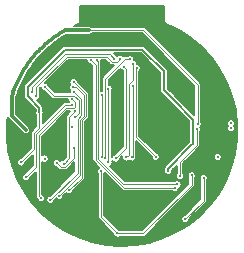
<source format=gbr>
G04 #@! TF.GenerationSoftware,KiCad,Pcbnew,(5.1.5-0-10_14)*
G04 #@! TF.CreationDate,2021-06-01T12:28:28-04:00*
G04 #@! TF.ProjectId,ESLO_RB2,45534c4f-5f52-4423-922e-6b696361645f,rev?*
G04 #@! TF.SameCoordinates,Original*
G04 #@! TF.FileFunction,Copper,L2,Inr*
G04 #@! TF.FilePolarity,Positive*
%FSLAX46Y46*%
G04 Gerber Fmt 4.6, Leading zero omitted, Abs format (unit mm)*
G04 Created by KiCad (PCBNEW (5.1.5-0-10_14)) date 2021-06-01 12:28:28*
%MOMM*%
%LPD*%
G04 APERTURE LIST*
%ADD10C,0.254000*%
%ADD11C,0.101600*%
%ADD12C,0.300000*%
%ADD13C,0.200000*%
%ADD14C,0.150000*%
G04 APERTURE END LIST*
D10*
X212900000Y-80200004D03*
X222101496Y-88130721D03*
X209475000Y-81175000D03*
X207550000Y-88650000D03*
X212300000Y-78300000D03*
X212900000Y-78300000D03*
X213500000Y-78300000D03*
X214100000Y-78300000D03*
X214700000Y-78300000D03*
X215300000Y-78300000D03*
X215900000Y-78300000D03*
X216500000Y-78300000D03*
X217100000Y-78300000D03*
X218500000Y-78300000D03*
X219100000Y-78300000D03*
X214950000Y-88950000D03*
X218100000Y-89100000D03*
X218100000Y-84500000D03*
X214000000Y-85025000D03*
X210075000Y-89425000D03*
X224799998Y-90900000D03*
X217100000Y-98200000D03*
X217300000Y-91200000D03*
X214900000Y-84599998D03*
X212300000Y-78900000D03*
X212300000Y-79500000D03*
X219100000Y-78900000D03*
X219100000Y-79500000D03*
X219500000Y-79900000D03*
X220125000Y-80200000D03*
X220700000Y-80500000D03*
X221325000Y-80925000D03*
X212900000Y-78900000D03*
X212900000Y-79500000D03*
X218500000Y-78900000D03*
X218500000Y-79500000D03*
X219550000Y-80600000D03*
X220250000Y-80900000D03*
X222600000Y-82075000D03*
X224150000Y-84225000D03*
X224525000Y-84975000D03*
X224875000Y-85875000D03*
X225100000Y-86750000D03*
X225200000Y-87600000D03*
X224750000Y-91725000D03*
X224450000Y-92575000D03*
X224075000Y-93275000D03*
X223675000Y-93925000D03*
X223225000Y-94625000D03*
X210425000Y-96650000D03*
X209725000Y-96100000D03*
X209025000Y-95525000D03*
X208400000Y-94925000D03*
X207875000Y-94200000D03*
X208025000Y-83575000D03*
X212225000Y-80725000D03*
X216800000Y-80675000D03*
X213225000Y-91500000D03*
X206900000Y-92425000D03*
X206575000Y-91550000D03*
X206375000Y-90750000D03*
X206225000Y-89850000D03*
X211275000Y-97200000D03*
X212200000Y-97600000D03*
X213200000Y-97950000D03*
X214225000Y-98200000D03*
X218175000Y-97975000D03*
X219150000Y-97675000D03*
X221275000Y-96475000D03*
X222600000Y-95275000D03*
X221975000Y-95850000D03*
X208050000Y-87300000D03*
X219550000Y-81200000D03*
X209475000Y-82150000D03*
X210550000Y-88075000D03*
X208925000Y-85375000D03*
X214425000Y-92900000D03*
X215550000Y-96700000D03*
X224922631Y-88496758D03*
X219240000Y-83670000D03*
X220010000Y-86050000D03*
X221570000Y-89950000D03*
X219580000Y-92090000D03*
X211700000Y-81840000D03*
X208700000Y-87150002D03*
X211500000Y-88400000D03*
X207150000Y-91400000D03*
X221600000Y-92500000D03*
X215300000Y-97400000D03*
X213900004Y-92150000D03*
X222050000Y-88600000D03*
X220600000Y-92550000D03*
X214008011Y-85691989D03*
X213970248Y-90973616D03*
X210382573Y-94202573D03*
X211589249Y-85047476D03*
X211600000Y-84600000D03*
X211230146Y-93750146D03*
X209150000Y-91075000D03*
X211609410Y-90180000D03*
X210163679Y-91441988D03*
X213550000Y-82725004D03*
X220392816Y-93245269D03*
X223800004Y-90947010D03*
X214550000Y-85150000D03*
X214550000Y-91399998D03*
X216398036Y-82658416D03*
X214295990Y-91027759D03*
X215150004Y-91050000D03*
X215867087Y-83283155D03*
X207560000Y-92650000D03*
X211500000Y-86550000D03*
X209640000Y-94550000D03*
X211610542Y-85402450D03*
X210750000Y-91500000D03*
X211700000Y-87050000D03*
X224925004Y-88075002D03*
X213050006Y-82725000D03*
X220150000Y-93575000D03*
X215050006Y-82600000D03*
X208050000Y-85450000D03*
X208450000Y-85754010D03*
X215547596Y-82603211D03*
X216550000Y-90975000D03*
X216599988Y-84900000D03*
X208860000Y-94430000D03*
X211500000Y-86050002D03*
X218550000Y-90895990D03*
X216950000Y-83400000D03*
X216050000Y-90975000D03*
X216620000Y-83060000D03*
X222600000Y-92700000D03*
X221050000Y-96175001D03*
X211700000Y-87550000D03*
X209150000Y-84975000D03*
D11*
X222100000Y-88129225D02*
X222101496Y-88130721D01*
X222100000Y-84800000D02*
X222100000Y-88129225D01*
X217500004Y-80200004D02*
X222100000Y-84800000D01*
X212900000Y-80200004D02*
X217500004Y-80200004D01*
D12*
X206372962Y-87472962D02*
X207550000Y-88650000D01*
X206372962Y-85769236D02*
X206372962Y-87472962D01*
X206433275Y-85583780D02*
X206372962Y-85769236D01*
X206636239Y-85035131D02*
X206564938Y-85216660D01*
X206497259Y-85399608D02*
X206433275Y-85583780D01*
X206711117Y-84855132D02*
X206636239Y-85035131D01*
X206789614Y-84676562D02*
X206711117Y-84855132D01*
X206871625Y-84499665D02*
X206789614Y-84676562D01*
X207046185Y-84150877D02*
X206957192Y-84324345D01*
X206957192Y-84324345D02*
X206871625Y-84499665D01*
X207138647Y-83979168D02*
X207046185Y-84150877D01*
X207234528Y-83809312D02*
X207138647Y-83979168D01*
X207333744Y-83641464D02*
X207234528Y-83809312D01*
X207436318Y-83475576D02*
X207333744Y-83641464D01*
X207542158Y-83311804D02*
X207436318Y-83475576D01*
X209799108Y-80904968D02*
X209644785Y-81024232D01*
X207879017Y-82833549D02*
X207763554Y-82990722D01*
X206564938Y-85216660D02*
X206497259Y-85399608D01*
X208119229Y-82526269D02*
X207997599Y-82678701D01*
X208635459Y-81941649D02*
X208502013Y-82083957D01*
X208502013Y-82083957D02*
X208371483Y-82228843D01*
X209196559Y-81400116D02*
X209052257Y-81531279D01*
X207997599Y-82678701D02*
X207879017Y-82833549D01*
X208243844Y-82376332D02*
X208119229Y-82526269D01*
X209343461Y-81271847D02*
X209196559Y-81400116D01*
X209955780Y-80788806D02*
X209799108Y-80904968D01*
X210114686Y-80675830D02*
X209955780Y-80788806D01*
X209644785Y-81024232D02*
X209492930Y-81146502D01*
X207651253Y-83150161D02*
X207542158Y-83311804D01*
X210439206Y-80459424D02*
X210275870Y-80566006D01*
X208771610Y-81802141D02*
X208635459Y-81941649D01*
X207763554Y-82990722D02*
X207651253Y-83150161D01*
X210275870Y-80566006D02*
X210114686Y-80675830D01*
X210772046Y-80256167D02*
X210604595Y-80356146D01*
X209492930Y-81146502D02*
X209343461Y-81271847D01*
X208910591Y-81665304D02*
X208771610Y-81802141D01*
X210604595Y-80356146D02*
X210439206Y-80459424D01*
X208371483Y-82228843D02*
X208243844Y-82376332D01*
X209052257Y-81531279D02*
X208910591Y-81665304D01*
X210870522Y-80200004D02*
X210772046Y-80256167D01*
X212900000Y-80200004D02*
X210870522Y-80200004D01*
D13*
X217410000Y-81840000D02*
X219240000Y-83670000D01*
X211700000Y-81840000D02*
X217410000Y-81840000D01*
X219240000Y-85280000D02*
X220010000Y-86050000D01*
X219240000Y-83670000D02*
X219240000Y-85280000D01*
X219580000Y-91945000D02*
X219580000Y-92090000D01*
X221575000Y-89950000D02*
X221570000Y-89950000D01*
X221725000Y-89800000D02*
X221575000Y-89950000D01*
X221725000Y-87765000D02*
X221725000Y-89800000D01*
X220010000Y-86050000D02*
X221725000Y-87765000D01*
X221570000Y-89955000D02*
X219580000Y-91945000D01*
X221570000Y-89950000D02*
X221570000Y-89955000D01*
X208700000Y-86800000D02*
X208700000Y-87150002D01*
X207700000Y-85800000D02*
X208700000Y-86800000D01*
X207700000Y-85002718D02*
X207700000Y-85800000D01*
X210862718Y-81840000D02*
X207700000Y-85002718D01*
X211700000Y-81840000D02*
X210862718Y-81840000D01*
D11*
X208250000Y-90300000D02*
X207150000Y-91400000D01*
X208250000Y-88900000D02*
X208250000Y-90300000D01*
X208700000Y-88450000D02*
X208250000Y-88900000D01*
X208700000Y-87150002D02*
X208700000Y-88450000D01*
X217500000Y-97400000D02*
X221600000Y-93300000D01*
X221600000Y-93300000D02*
X221600000Y-92500000D01*
X215300000Y-97400000D02*
X217500000Y-97400000D01*
X215300000Y-97400000D02*
X213900004Y-96000004D01*
X213900004Y-96000004D02*
X213900004Y-92150000D01*
X220600000Y-92550000D02*
X220600000Y-91350000D01*
X222050000Y-89900000D02*
X222050000Y-88600000D01*
X220600000Y-91350000D02*
X222050000Y-89900000D01*
X214008011Y-85691989D02*
X214008011Y-90935853D01*
X214008011Y-90935853D02*
X213970248Y-90973616D01*
X210382573Y-94202573D02*
X212111425Y-92473721D01*
X212111425Y-92473721D02*
X212111425Y-87765959D01*
X211768854Y-85047476D02*
X211589249Y-85047476D01*
X212444774Y-87432610D02*
X212444774Y-85723396D01*
X212111425Y-87765959D02*
X212444774Y-87432610D01*
X212444774Y-85723396D02*
X211768854Y-85047476D01*
X211600000Y-84600000D02*
X212622583Y-85622583D01*
X212300000Y-92680292D02*
X211230146Y-93750146D01*
X212300000Y-87828846D02*
X212300000Y-92680292D01*
X212622583Y-87506263D02*
X212300000Y-87828846D01*
X212622583Y-85622583D02*
X212622583Y-87506263D01*
X211609410Y-91054104D02*
X210884113Y-91779401D01*
X210501092Y-91779401D02*
X210163679Y-91441988D01*
X211609410Y-90180000D02*
X211609410Y-91054104D01*
X210884113Y-91779401D02*
X210501092Y-91779401D01*
X213676999Y-91125537D02*
X215796731Y-93245269D01*
X215796731Y-93245269D02*
X220392816Y-93245269D01*
X213676999Y-82852003D02*
X213676999Y-91125537D01*
X213550000Y-82725004D02*
X213676999Y-82852003D01*
X214550000Y-85150000D02*
X214550000Y-91399998D01*
X215955176Y-82658416D02*
X214295990Y-84317602D01*
X214295990Y-84317602D02*
X214295990Y-91027759D01*
X216398036Y-82658416D02*
X215955176Y-82658416D01*
X215883155Y-83283155D02*
X215867087Y-83283155D01*
X216050000Y-83450000D02*
X215883155Y-83283155D01*
X216050000Y-90150004D02*
X216050000Y-83450000D01*
X215150004Y-91050000D02*
X216050000Y-90150004D01*
X210881025Y-86550000D02*
X211500000Y-86550000D01*
X208450000Y-91760000D02*
X208450000Y-88981025D01*
X208450000Y-88981025D02*
X210881025Y-86550000D01*
X207560000Y-92650000D02*
X208450000Y-91760000D01*
X211933614Y-92256386D02*
X211933614Y-87692308D01*
X212266963Y-86058871D02*
X211610542Y-85402450D01*
X211933614Y-87692308D02*
X212266963Y-87358959D01*
X209640000Y-94550000D02*
X211933614Y-92256386D01*
X212266963Y-87358959D02*
X212266963Y-86058871D01*
X211200000Y-87550000D02*
X211700000Y-87050000D01*
X211200000Y-91050000D02*
X211200000Y-87550000D01*
X210750000Y-91500000D02*
X211200000Y-91050000D01*
X215875000Y-93575000D02*
X220150000Y-93575000D01*
X213050006Y-82725000D02*
X213475000Y-83149994D01*
X213475000Y-91175000D02*
X215875000Y-93575000D01*
X213475000Y-83149994D02*
X213475000Y-91175000D01*
X210903209Y-82196791D02*
X208050000Y-85050000D01*
X208050000Y-85050000D02*
X208050000Y-85450000D01*
X215050006Y-82600000D02*
X214646797Y-82196791D01*
X214646797Y-82196791D02*
X210903209Y-82196791D01*
X211000000Y-82450000D02*
X214400000Y-82450000D01*
X208450000Y-85754010D02*
X208450000Y-85000000D01*
X214850000Y-82900000D02*
X215250807Y-82900000D01*
X215250807Y-82900000D02*
X215547596Y-82603211D01*
X214400000Y-82450000D02*
X214850000Y-82900000D01*
X208450000Y-85000000D02*
X211000000Y-82450000D01*
X216600000Y-90925000D02*
X216600000Y-84900012D01*
X216600000Y-84900012D02*
X216599988Y-84900000D01*
X216550000Y-90975000D02*
X216600000Y-90925000D01*
X211754001Y-86304003D02*
X211500000Y-86050002D01*
X211621921Y-86804001D02*
X211754001Y-86671921D01*
X208670599Y-89095887D02*
X210962485Y-86804001D01*
X208670599Y-94240599D02*
X208670599Y-89095887D01*
X211754001Y-86671921D02*
X211754001Y-86304003D01*
X210962485Y-86804001D02*
X211621921Y-86804001D01*
X208860000Y-94430000D02*
X208670599Y-94240599D01*
X216900000Y-83450000D02*
X216950000Y-83400000D01*
X216900000Y-89245990D02*
X216900000Y-83450000D01*
X218550000Y-90895990D02*
X216900000Y-89245990D01*
X216295998Y-90729002D02*
X216295998Y-84778078D01*
X216295998Y-84778078D02*
X216620000Y-84454076D01*
X216050000Y-90975000D02*
X216295998Y-90729002D01*
X216620000Y-84454076D02*
X216620000Y-83060000D01*
X222600000Y-92700000D02*
X222600000Y-94625001D01*
X222600000Y-94625001D02*
X221050000Y-96175001D01*
X209920999Y-85745999D02*
X209150000Y-84975000D01*
X212065319Y-86139397D02*
X211671921Y-85745999D01*
X211671921Y-85745999D02*
X209920999Y-85745999D01*
X212065319Y-87184681D02*
X212065319Y-86139397D01*
X211700000Y-87550000D02*
X212065319Y-87184681D01*
D14*
G36*
X219250001Y-79432275D02*
G01*
X219253619Y-79469008D01*
X219267914Y-79516134D01*
X219291128Y-79559564D01*
X219322369Y-79597632D01*
X219360437Y-79628873D01*
X219403867Y-79652087D01*
X219410017Y-79653952D01*
X220513118Y-80189350D01*
X221541834Y-80859703D01*
X222478415Y-81653699D01*
X223308103Y-82558824D01*
X224017805Y-83560797D01*
X224596330Y-84643820D01*
X225034553Y-85790807D01*
X225325566Y-86983681D01*
X225464778Y-88203616D01*
X225449992Y-89431387D01*
X225281446Y-90647606D01*
X224961789Y-91833134D01*
X224496077Y-92969228D01*
X223891641Y-94038003D01*
X223158015Y-95022602D01*
X222306773Y-95907485D01*
X221351342Y-96678698D01*
X220306779Y-97324086D01*
X219189572Y-97833464D01*
X218017327Y-98198804D01*
X216808543Y-98414340D01*
X215582269Y-98476676D01*
X214357852Y-98384828D01*
X213154609Y-98140247D01*
X211991500Y-97746784D01*
X210886882Y-97210650D01*
X209858166Y-96540296D01*
X208921585Y-95746301D01*
X208091894Y-94841172D01*
X207382195Y-93839203D01*
X206803669Y-92756177D01*
X206365447Y-91609193D01*
X206074434Y-90416320D01*
X205935222Y-89196384D01*
X205950008Y-87968614D01*
X206006903Y-87558060D01*
X206019146Y-87598418D01*
X206024832Y-87617162D01*
X206055683Y-87674879D01*
X206059654Y-87682309D01*
X206106515Y-87739410D01*
X206120824Y-87751153D01*
X207297859Y-88928189D01*
X207340653Y-88963309D01*
X207405798Y-88998130D01*
X207476487Y-89019573D01*
X207549999Y-89026814D01*
X207623512Y-89019573D01*
X207694200Y-88998130D01*
X207759346Y-88963309D01*
X207816447Y-88916447D01*
X207863309Y-88859346D01*
X207898130Y-88794200D01*
X207919573Y-88723512D01*
X207926814Y-88649999D01*
X207919573Y-88576487D01*
X207898130Y-88505798D01*
X207863309Y-88440653D01*
X207828189Y-88397859D01*
X206747962Y-87317633D01*
X206747962Y-85828679D01*
X206788736Y-85703303D01*
X206850278Y-85526164D01*
X206915349Y-85350267D01*
X206983914Y-85175705D01*
X207055928Y-85002591D01*
X207131398Y-84830907D01*
X207210273Y-84660773D01*
X207292554Y-84492187D01*
X207378131Y-84325378D01*
X207467059Y-84160232D01*
X207559271Y-83996876D01*
X207654662Y-83835501D01*
X207753309Y-83675964D01*
X207855100Y-83518457D01*
X207959979Y-83363062D01*
X208067971Y-83209739D01*
X208179012Y-83058585D01*
X208293051Y-82909669D01*
X208410021Y-82763078D01*
X208529857Y-82618891D01*
X208652579Y-82477084D01*
X208778137Y-82337717D01*
X208906449Y-82200885D01*
X209037393Y-82066712D01*
X209171028Y-81935139D01*
X209307247Y-81806268D01*
X209446013Y-81680137D01*
X209587301Y-81556770D01*
X209731020Y-81436246D01*
X209877041Y-81318673D01*
X210025456Y-81203975D01*
X210176120Y-81092267D01*
X210328938Y-80983620D01*
X210483931Y-80878014D01*
X210641011Y-80775514D01*
X210800069Y-80676190D01*
X210961048Y-80580076D01*
X210969940Y-80575004D01*
X212918419Y-80575004D01*
X212973513Y-80569578D01*
X213044200Y-80548135D01*
X213109347Y-80513313D01*
X213155052Y-80475804D01*
X217385765Y-80475804D01*
X221824200Y-84914240D01*
X221824201Y-87404582D01*
X220335412Y-85915794D01*
X220321938Y-85883266D01*
X220283416Y-85825613D01*
X220234387Y-85776584D01*
X220176734Y-85738062D01*
X220144207Y-85724589D01*
X219565000Y-85145382D01*
X219565000Y-83805201D01*
X219578473Y-83772675D01*
X219592000Y-83704669D01*
X219592000Y-83635331D01*
X219578473Y-83567325D01*
X219551938Y-83503266D01*
X219513416Y-83445613D01*
X219464387Y-83396584D01*
X219406734Y-83358062D01*
X219374208Y-83344589D01*
X217651101Y-81621483D01*
X217640921Y-81609079D01*
X217591434Y-81568465D01*
X217534974Y-81538287D01*
X217473711Y-81519703D01*
X217425961Y-81515000D01*
X217425953Y-81515000D01*
X217410000Y-81513429D01*
X217394047Y-81515000D01*
X211835201Y-81515000D01*
X211802675Y-81501527D01*
X211734669Y-81488000D01*
X211665331Y-81488000D01*
X211597325Y-81501527D01*
X211564799Y-81515000D01*
X210878671Y-81515000D01*
X210862718Y-81513429D01*
X210846765Y-81515000D01*
X210846757Y-81515000D01*
X210799007Y-81519703D01*
X210737744Y-81538287D01*
X210681284Y-81568465D01*
X210673775Y-81574628D01*
X210644194Y-81598904D01*
X210644190Y-81598908D01*
X210631797Y-81609079D01*
X210621626Y-81621472D01*
X207481483Y-84761617D01*
X207469079Y-84771797D01*
X207428465Y-84821285D01*
X207400601Y-84873416D01*
X207398287Y-84877745D01*
X207381905Y-84931750D01*
X207379703Y-84939008D01*
X207375000Y-84986758D01*
X207375000Y-84986765D01*
X207373429Y-85002718D01*
X207375000Y-85018672D01*
X207375001Y-85784037D01*
X207373429Y-85800000D01*
X207379703Y-85863711D01*
X207398287Y-85924973D01*
X207406172Y-85939725D01*
X207428466Y-85981434D01*
X207469080Y-86030921D01*
X207481478Y-86041096D01*
X208375000Y-86934620D01*
X208375000Y-87014801D01*
X208361527Y-87047327D01*
X208348000Y-87115333D01*
X208348000Y-87184671D01*
X208361527Y-87252677D01*
X208388062Y-87316736D01*
X208424200Y-87370821D01*
X208424201Y-88335758D01*
X208064559Y-88695402D01*
X208054037Y-88704037D01*
X208019572Y-88746033D01*
X207993962Y-88793946D01*
X207978191Y-88845935D01*
X207974200Y-88886457D01*
X207974200Y-88886466D01*
X207972867Y-88900000D01*
X207974200Y-88913534D01*
X207974201Y-90185759D01*
X207111124Y-91048837D01*
X207047325Y-91061527D01*
X206983266Y-91088062D01*
X206925613Y-91126584D01*
X206876584Y-91175613D01*
X206838062Y-91233266D01*
X206811527Y-91297325D01*
X206798000Y-91365331D01*
X206798000Y-91434669D01*
X206811527Y-91502675D01*
X206838062Y-91566734D01*
X206876584Y-91624387D01*
X206925613Y-91673416D01*
X206983266Y-91711938D01*
X207047325Y-91738473D01*
X207115331Y-91752000D01*
X207184669Y-91752000D01*
X207252675Y-91738473D01*
X207316734Y-91711938D01*
X207374387Y-91673416D01*
X207423416Y-91624387D01*
X207461938Y-91566734D01*
X207488473Y-91502675D01*
X207501163Y-91438876D01*
X208174200Y-90765839D01*
X208174200Y-91645759D01*
X207521124Y-92298837D01*
X207457325Y-92311527D01*
X207393266Y-92338062D01*
X207335613Y-92376584D01*
X207286584Y-92425613D01*
X207248062Y-92483266D01*
X207221527Y-92547325D01*
X207208000Y-92615331D01*
X207208000Y-92684669D01*
X207221527Y-92752675D01*
X207248062Y-92816734D01*
X207286584Y-92874387D01*
X207335613Y-92923416D01*
X207393266Y-92961938D01*
X207457325Y-92988473D01*
X207525331Y-93002000D01*
X207594669Y-93002000D01*
X207662675Y-92988473D01*
X207726734Y-92961938D01*
X207784387Y-92923416D01*
X207833416Y-92874387D01*
X207871938Y-92816734D01*
X207898473Y-92752675D01*
X207911163Y-92688876D01*
X208394799Y-92205241D01*
X208394799Y-94227065D01*
X208393466Y-94240599D01*
X208394799Y-94254133D01*
X208394799Y-94254142D01*
X208398790Y-94294664D01*
X208414561Y-94346653D01*
X208440171Y-94394566D01*
X208474636Y-94436562D01*
X208485158Y-94445197D01*
X208508837Y-94468876D01*
X208521527Y-94532675D01*
X208548062Y-94596734D01*
X208586584Y-94654387D01*
X208635613Y-94703416D01*
X208693266Y-94741938D01*
X208757325Y-94768473D01*
X208825331Y-94782000D01*
X208894669Y-94782000D01*
X208962675Y-94768473D01*
X209026734Y-94741938D01*
X209084387Y-94703416D01*
X209133416Y-94654387D01*
X209171938Y-94596734D01*
X209198473Y-94532675D01*
X209212000Y-94464669D01*
X209212000Y-94395331D01*
X209198473Y-94327325D01*
X209171938Y-94263266D01*
X209133416Y-94205613D01*
X209084387Y-94156584D01*
X209026734Y-94118062D01*
X208962675Y-94091527D01*
X208946399Y-94088290D01*
X208946399Y-91362305D01*
X208983266Y-91386938D01*
X209047325Y-91413473D01*
X209115331Y-91427000D01*
X209184669Y-91427000D01*
X209252675Y-91413473D01*
X209316734Y-91386938D01*
X209374387Y-91348416D01*
X209423416Y-91299387D01*
X209461938Y-91241734D01*
X209488473Y-91177675D01*
X209502000Y-91109669D01*
X209502000Y-91040331D01*
X209488473Y-90972325D01*
X209461938Y-90908266D01*
X209423416Y-90850613D01*
X209374387Y-90801584D01*
X209316734Y-90763062D01*
X209252675Y-90736527D01*
X209184669Y-90723000D01*
X209115331Y-90723000D01*
X209047325Y-90736527D01*
X208983266Y-90763062D01*
X208946399Y-90787695D01*
X208946399Y-89210126D01*
X211076725Y-87079801D01*
X211280159Y-87079801D01*
X211014555Y-87345406D01*
X211004038Y-87354037D01*
X210995407Y-87364554D01*
X210995403Y-87364558D01*
X210969572Y-87396033D01*
X210943962Y-87443947D01*
X210928192Y-87495934D01*
X210922867Y-87550000D01*
X210924201Y-87563544D01*
X210924200Y-90935759D01*
X210711123Y-91148837D01*
X210647325Y-91161527D01*
X210583266Y-91188062D01*
X210525613Y-91226584D01*
X210476584Y-91275613D01*
X210476079Y-91276369D01*
X210475617Y-91275254D01*
X210437095Y-91217601D01*
X210388066Y-91168572D01*
X210330413Y-91130050D01*
X210266354Y-91103515D01*
X210198348Y-91089988D01*
X210129010Y-91089988D01*
X210061004Y-91103515D01*
X209996945Y-91130050D01*
X209939292Y-91168572D01*
X209890263Y-91217601D01*
X209851741Y-91275254D01*
X209825206Y-91339313D01*
X209811679Y-91407319D01*
X209811679Y-91476657D01*
X209825206Y-91544663D01*
X209851741Y-91608722D01*
X209890263Y-91666375D01*
X209939292Y-91715404D01*
X209996945Y-91753926D01*
X210061004Y-91780461D01*
X210124802Y-91793151D01*
X210296502Y-91964852D01*
X210305129Y-91975364D01*
X210315641Y-91983991D01*
X210315648Y-91983998D01*
X210347124Y-92009829D01*
X210387090Y-92031191D01*
X210395037Y-92035439D01*
X210447026Y-92051210D01*
X210487548Y-92055201D01*
X210487557Y-92055201D01*
X210501091Y-92056534D01*
X210514626Y-92055201D01*
X210870579Y-92055201D01*
X210884113Y-92056534D01*
X210897647Y-92055201D01*
X210897657Y-92055201D01*
X210938179Y-92051210D01*
X210990168Y-92035439D01*
X211038080Y-92009829D01*
X211080076Y-91975364D01*
X211088712Y-91964841D01*
X211657814Y-91395740D01*
X211657814Y-92142145D01*
X209601124Y-94198837D01*
X209537325Y-94211527D01*
X209473266Y-94238062D01*
X209415613Y-94276584D01*
X209366584Y-94325613D01*
X209328062Y-94383266D01*
X209301527Y-94447325D01*
X209288000Y-94515331D01*
X209288000Y-94584669D01*
X209301527Y-94652675D01*
X209328062Y-94716734D01*
X209366584Y-94774387D01*
X209415613Y-94823416D01*
X209473266Y-94861938D01*
X209537325Y-94888473D01*
X209605331Y-94902000D01*
X209674669Y-94902000D01*
X209742675Y-94888473D01*
X209806734Y-94861938D01*
X209864387Y-94823416D01*
X209913416Y-94774387D01*
X209951938Y-94716734D01*
X209978473Y-94652675D01*
X209991163Y-94588876D01*
X210131118Y-94448921D01*
X210158186Y-94475989D01*
X210215839Y-94514511D01*
X210279898Y-94541046D01*
X210347904Y-94554573D01*
X210417242Y-94554573D01*
X210485248Y-94541046D01*
X210549307Y-94514511D01*
X210606960Y-94475989D01*
X210655989Y-94426960D01*
X210694511Y-94369307D01*
X210721046Y-94305248D01*
X210733736Y-94241449D01*
X210978691Y-93996494D01*
X211005759Y-94023562D01*
X211063412Y-94062084D01*
X211127471Y-94088619D01*
X211195477Y-94102146D01*
X211264815Y-94102146D01*
X211332821Y-94088619D01*
X211396880Y-94062084D01*
X211454533Y-94023562D01*
X211503562Y-93974533D01*
X211542084Y-93916880D01*
X211568619Y-93852821D01*
X211581309Y-93789022D01*
X212485451Y-92884882D01*
X212495963Y-92876255D01*
X212504590Y-92865743D01*
X212504597Y-92865736D01*
X212530428Y-92834260D01*
X212556038Y-92786347D01*
X212571809Y-92734358D01*
X212575800Y-92693836D01*
X212575800Y-92693827D01*
X212577133Y-92680293D01*
X212575800Y-92666758D01*
X212575800Y-87943085D01*
X212808029Y-87710857D01*
X212818546Y-87702226D01*
X212829689Y-87688648D01*
X212853011Y-87660231D01*
X212878621Y-87612318D01*
X212881124Y-87604066D01*
X212894392Y-87560329D01*
X212898383Y-87519807D01*
X212898383Y-87519798D01*
X212899716Y-87506264D01*
X212898383Y-87492730D01*
X212898383Y-85636117D01*
X212899716Y-85622583D01*
X212898383Y-85609049D01*
X212898383Y-85609039D01*
X212894392Y-85568517D01*
X212878621Y-85516528D01*
X212864234Y-85489612D01*
X212853011Y-85468615D01*
X212827180Y-85437140D01*
X212827177Y-85437137D01*
X212818546Y-85426620D01*
X212808029Y-85417989D01*
X211951163Y-84561124D01*
X211938473Y-84497325D01*
X211911938Y-84433266D01*
X211873416Y-84375613D01*
X211824387Y-84326584D01*
X211766734Y-84288062D01*
X211702675Y-84261527D01*
X211634669Y-84248000D01*
X211565331Y-84248000D01*
X211497325Y-84261527D01*
X211433266Y-84288062D01*
X211375613Y-84326584D01*
X211326584Y-84375613D01*
X211288062Y-84433266D01*
X211261527Y-84497325D01*
X211248000Y-84565331D01*
X211248000Y-84634669D01*
X211261527Y-84702675D01*
X211288062Y-84766734D01*
X211321758Y-84817164D01*
X211315833Y-84823089D01*
X211277311Y-84880742D01*
X211250776Y-84944801D01*
X211237249Y-85012807D01*
X211237249Y-85082145D01*
X211250776Y-85150151D01*
X211277311Y-85214210D01*
X211295954Y-85242112D01*
X211272069Y-85299775D01*
X211258542Y-85367781D01*
X211258542Y-85437119D01*
X211265122Y-85470199D01*
X210035239Y-85470199D01*
X209501163Y-84936124D01*
X209488473Y-84872325D01*
X209461938Y-84808266D01*
X209423416Y-84750613D01*
X209374387Y-84701584D01*
X209316734Y-84663062D01*
X209252675Y-84636527D01*
X209211669Y-84628370D01*
X211114240Y-82725800D01*
X212698006Y-82725800D01*
X212698006Y-82759669D01*
X212711533Y-82827675D01*
X212738068Y-82891734D01*
X212776590Y-82949387D01*
X212825619Y-82998416D01*
X212883272Y-83036938D01*
X212947331Y-83063473D01*
X213011130Y-83076163D01*
X213199200Y-83264234D01*
X213199201Y-91161456D01*
X213197867Y-91175000D01*
X213203192Y-91229066D01*
X213218962Y-91281053D01*
X213244572Y-91328967D01*
X213270403Y-91360442D01*
X213270407Y-91360446D01*
X213279038Y-91370963D01*
X213289555Y-91379594D01*
X213743702Y-91833741D01*
X213733270Y-91838062D01*
X213675617Y-91876584D01*
X213626588Y-91925613D01*
X213588066Y-91983266D01*
X213561531Y-92047325D01*
X213548004Y-92115331D01*
X213548004Y-92184669D01*
X213561531Y-92252675D01*
X213588066Y-92316734D01*
X213624205Y-92370820D01*
X213624204Y-95986470D01*
X213622871Y-96000004D01*
X213624204Y-96013538D01*
X213624204Y-96013547D01*
X213628195Y-96054069D01*
X213643966Y-96106058D01*
X213669576Y-96153971D01*
X213704041Y-96195967D01*
X213714564Y-96204603D01*
X214948837Y-97438877D01*
X214961527Y-97502675D01*
X214988062Y-97566734D01*
X215026584Y-97624387D01*
X215075613Y-97673416D01*
X215133266Y-97711938D01*
X215197325Y-97738473D01*
X215265331Y-97752000D01*
X215334669Y-97752000D01*
X215402675Y-97738473D01*
X215466734Y-97711938D01*
X215520819Y-97675800D01*
X217486466Y-97675800D01*
X217500000Y-97677133D01*
X217513534Y-97675800D01*
X217513544Y-97675800D01*
X217554066Y-97671809D01*
X217606055Y-97656038D01*
X217653967Y-97630428D01*
X217695963Y-97595963D01*
X217704599Y-97585440D01*
X219149707Y-96140332D01*
X220698000Y-96140332D01*
X220698000Y-96209670D01*
X220711527Y-96277676D01*
X220738062Y-96341735D01*
X220776584Y-96399388D01*
X220825613Y-96448417D01*
X220883266Y-96486939D01*
X220947325Y-96513474D01*
X221015331Y-96527001D01*
X221084669Y-96527001D01*
X221152675Y-96513474D01*
X221216734Y-96486939D01*
X221274387Y-96448417D01*
X221323416Y-96399388D01*
X221361938Y-96341735D01*
X221388473Y-96277676D01*
X221401163Y-96213877D01*
X222785451Y-94829591D01*
X222795963Y-94820964D01*
X222804590Y-94810452D01*
X222804597Y-94810445D01*
X222830428Y-94778969D01*
X222856038Y-94731056D01*
X222871809Y-94679067D01*
X222875800Y-94638545D01*
X222875800Y-94638536D01*
X222877133Y-94625002D01*
X222875800Y-94611467D01*
X222875800Y-92920819D01*
X222911938Y-92866734D01*
X222938473Y-92802675D01*
X222952000Y-92734669D01*
X222952000Y-92665331D01*
X222938473Y-92597325D01*
X222911938Y-92533266D01*
X222873416Y-92475613D01*
X222824387Y-92426584D01*
X222766734Y-92388062D01*
X222702675Y-92361527D01*
X222634669Y-92348000D01*
X222565331Y-92348000D01*
X222497325Y-92361527D01*
X222433266Y-92388062D01*
X222375613Y-92426584D01*
X222326584Y-92475613D01*
X222288062Y-92533266D01*
X222261527Y-92597325D01*
X222248000Y-92665331D01*
X222248000Y-92734669D01*
X222261527Y-92802675D01*
X222288062Y-92866734D01*
X222324200Y-92920819D01*
X222324201Y-94510759D01*
X221011124Y-95823838D01*
X220947325Y-95836528D01*
X220883266Y-95863063D01*
X220825613Y-95901585D01*
X220776584Y-95950614D01*
X220738062Y-96008267D01*
X220711527Y-96072326D01*
X220698000Y-96140332D01*
X219149707Y-96140332D01*
X221785446Y-93504594D01*
X221795963Y-93495963D01*
X221804594Y-93485446D01*
X221804597Y-93485443D01*
X221830428Y-93453968D01*
X221848032Y-93421032D01*
X221856038Y-93406055D01*
X221871809Y-93354066D01*
X221875800Y-93313544D01*
X221875800Y-93313534D01*
X221877133Y-93300000D01*
X221875800Y-93286466D01*
X221875800Y-92720819D01*
X221911938Y-92666734D01*
X221938473Y-92602675D01*
X221952000Y-92534669D01*
X221952000Y-92465331D01*
X221938473Y-92397325D01*
X221911938Y-92333266D01*
X221873416Y-92275613D01*
X221824387Y-92226584D01*
X221766734Y-92188062D01*
X221702675Y-92161527D01*
X221634669Y-92148000D01*
X221565331Y-92148000D01*
X221497325Y-92161527D01*
X221433266Y-92188062D01*
X221375613Y-92226584D01*
X221326584Y-92275613D01*
X221288062Y-92333266D01*
X221261527Y-92397325D01*
X221248000Y-92465331D01*
X221248000Y-92534669D01*
X221261527Y-92602675D01*
X221288062Y-92666734D01*
X221324201Y-92720820D01*
X221324200Y-93185760D01*
X217385761Y-97124200D01*
X215520819Y-97124200D01*
X215466734Y-97088062D01*
X215402675Y-97061527D01*
X215338877Y-97048837D01*
X214175804Y-95885765D01*
X214175804Y-92370819D01*
X214211942Y-92316734D01*
X214216263Y-92306302D01*
X215670406Y-93760446D01*
X215679037Y-93770963D01*
X215689554Y-93779594D01*
X215689557Y-93779597D01*
X215721032Y-93805428D01*
X215744989Y-93818233D01*
X215768945Y-93831038D01*
X215820934Y-93846809D01*
X215861456Y-93850800D01*
X215861466Y-93850800D01*
X215875000Y-93852133D01*
X215888534Y-93850800D01*
X219929181Y-93850800D01*
X219983266Y-93886938D01*
X220047325Y-93913473D01*
X220115331Y-93927000D01*
X220184669Y-93927000D01*
X220252675Y-93913473D01*
X220316734Y-93886938D01*
X220374387Y-93848416D01*
X220423416Y-93799387D01*
X220461938Y-93741734D01*
X220488473Y-93677675D01*
X220502000Y-93609669D01*
X220502000Y-93581046D01*
X220559550Y-93557207D01*
X220617203Y-93518685D01*
X220666232Y-93469656D01*
X220704754Y-93412003D01*
X220731289Y-93347944D01*
X220744816Y-93279938D01*
X220744816Y-93210600D01*
X220731289Y-93142594D01*
X220704754Y-93078535D01*
X220666232Y-93020882D01*
X220617203Y-92971853D01*
X220559550Y-92933331D01*
X220495491Y-92906796D01*
X220427485Y-92893269D01*
X220358147Y-92893269D01*
X220290141Y-92906796D01*
X220226082Y-92933331D01*
X220171997Y-92969469D01*
X215910971Y-92969469D01*
X214671977Y-91730476D01*
X214716734Y-91711936D01*
X214774387Y-91673414D01*
X214823416Y-91624385D01*
X214861938Y-91566732D01*
X214888473Y-91502673D01*
X214902000Y-91434667D01*
X214902000Y-91365329D01*
X214888473Y-91297323D01*
X214880658Y-91278457D01*
X214925617Y-91323416D01*
X214983270Y-91361938D01*
X215047329Y-91388473D01*
X215115335Y-91402000D01*
X215184673Y-91402000D01*
X215252679Y-91388473D01*
X215316738Y-91361938D01*
X215374391Y-91323416D01*
X215423420Y-91274387D01*
X215461942Y-91216734D01*
X215488477Y-91152675D01*
X215501167Y-91088876D01*
X215709990Y-90880054D01*
X215698000Y-90940331D01*
X215698000Y-91009669D01*
X215711527Y-91077675D01*
X215738062Y-91141734D01*
X215776584Y-91199387D01*
X215825613Y-91248416D01*
X215883266Y-91286938D01*
X215947325Y-91313473D01*
X216015331Y-91327000D01*
X216084669Y-91327000D01*
X216152675Y-91313473D01*
X216216734Y-91286938D01*
X216274387Y-91248416D01*
X216300000Y-91222803D01*
X216325613Y-91248416D01*
X216383266Y-91286938D01*
X216447325Y-91313473D01*
X216515331Y-91327000D01*
X216584669Y-91327000D01*
X216652675Y-91313473D01*
X216716734Y-91286938D01*
X216774387Y-91248416D01*
X216823416Y-91199387D01*
X216861938Y-91141734D01*
X216888473Y-91077675D01*
X216902000Y-91009669D01*
X216902000Y-90940331D01*
X216888473Y-90872325D01*
X216875800Y-90841731D01*
X216875800Y-89611829D01*
X218198837Y-90934867D01*
X218211527Y-90998665D01*
X218238062Y-91062724D01*
X218276584Y-91120377D01*
X218325613Y-91169406D01*
X218383266Y-91207928D01*
X218447325Y-91234463D01*
X218515331Y-91247990D01*
X218584669Y-91247990D01*
X218652675Y-91234463D01*
X218716734Y-91207928D01*
X218774387Y-91169406D01*
X218823416Y-91120377D01*
X218861938Y-91062724D01*
X218888473Y-90998665D01*
X218902000Y-90930659D01*
X218902000Y-90861321D01*
X218888473Y-90793315D01*
X218861938Y-90729256D01*
X218823416Y-90671603D01*
X218774387Y-90622574D01*
X218716734Y-90584052D01*
X218652675Y-90557517D01*
X218588877Y-90544827D01*
X217175800Y-89131751D01*
X217175800Y-83672003D01*
X217223416Y-83624387D01*
X217261938Y-83566734D01*
X217288473Y-83502675D01*
X217302000Y-83434669D01*
X217302000Y-83365331D01*
X217288473Y-83297325D01*
X217261938Y-83233266D01*
X217223416Y-83175613D01*
X217174387Y-83126584D01*
X217116734Y-83088062D01*
X217052675Y-83061527D01*
X216984669Y-83048000D01*
X216972000Y-83048000D01*
X216972000Y-83025331D01*
X216958473Y-82957325D01*
X216931938Y-82893266D01*
X216893416Y-82835613D01*
X216844387Y-82786584D01*
X216786734Y-82748062D01*
X216742727Y-82729833D01*
X216750036Y-82693085D01*
X216750036Y-82623747D01*
X216736509Y-82555741D01*
X216709974Y-82491682D01*
X216671452Y-82434029D01*
X216622423Y-82385000D01*
X216564770Y-82346478D01*
X216500711Y-82319943D01*
X216432705Y-82306416D01*
X216363367Y-82306416D01*
X216295361Y-82319943D01*
X216231302Y-82346478D01*
X216177217Y-82382616D01*
X215968709Y-82382616D01*
X215955175Y-82381283D01*
X215941641Y-82382616D01*
X215941632Y-82382616D01*
X215901110Y-82386607D01*
X215849121Y-82402378D01*
X215840006Y-82407250D01*
X215821012Y-82378824D01*
X215771983Y-82329795D01*
X215714330Y-82291273D01*
X215650271Y-82264738D01*
X215582265Y-82251211D01*
X215512927Y-82251211D01*
X215444921Y-82264738D01*
X215380862Y-82291273D01*
X215323209Y-82329795D01*
X215300407Y-82352598D01*
X215274393Y-82326584D01*
X215216740Y-82288062D01*
X215152681Y-82261527D01*
X215088883Y-82248837D01*
X215005045Y-82165000D01*
X217275382Y-82165000D01*
X218914589Y-83804208D01*
X218915000Y-83805201D01*
X218915001Y-85264037D01*
X218913429Y-85280000D01*
X218919703Y-85343711D01*
X218938287Y-85404973D01*
X218946424Y-85420196D01*
X218968466Y-85461434D01*
X219009080Y-85510921D01*
X219021478Y-85521096D01*
X219684589Y-86184207D01*
X219698062Y-86216734D01*
X219736584Y-86274387D01*
X219785613Y-86323416D01*
X219843266Y-86361938D01*
X219875794Y-86375412D01*
X221400000Y-87899619D01*
X221400001Y-89640244D01*
X221345613Y-89676584D01*
X221296584Y-89725613D01*
X221258062Y-89783266D01*
X221241053Y-89824328D01*
X219361483Y-91703899D01*
X219349079Y-91714079D01*
X219308465Y-91763567D01*
X219285362Y-91806791D01*
X219278287Y-91820027D01*
X219261131Y-91876584D01*
X219259703Y-91881290D01*
X219255000Y-91929040D01*
X219255000Y-91929047D01*
X219253429Y-91945000D01*
X219254510Y-91955981D01*
X219241527Y-91987325D01*
X219228000Y-92055331D01*
X219228000Y-92124669D01*
X219241527Y-92192675D01*
X219268062Y-92256734D01*
X219306584Y-92314387D01*
X219355613Y-92363416D01*
X219413266Y-92401938D01*
X219477325Y-92428473D01*
X219545331Y-92442000D01*
X219614669Y-92442000D01*
X219682675Y-92428473D01*
X219746734Y-92401938D01*
X219804387Y-92363416D01*
X219853416Y-92314387D01*
X219891938Y-92256734D01*
X219918473Y-92192675D01*
X219932000Y-92124669D01*
X219932000Y-92055331D01*
X219931550Y-92053068D01*
X220324201Y-91660418D01*
X220324200Y-92329181D01*
X220288062Y-92383266D01*
X220261527Y-92447325D01*
X220248000Y-92515331D01*
X220248000Y-92584669D01*
X220261527Y-92652675D01*
X220288062Y-92716734D01*
X220326584Y-92774387D01*
X220375613Y-92823416D01*
X220433266Y-92861938D01*
X220497325Y-92888473D01*
X220565331Y-92902000D01*
X220634669Y-92902000D01*
X220702675Y-92888473D01*
X220766734Y-92861938D01*
X220824387Y-92823416D01*
X220873416Y-92774387D01*
X220911938Y-92716734D01*
X220938473Y-92652675D01*
X220952000Y-92584669D01*
X220952000Y-92515331D01*
X220938473Y-92447325D01*
X220911938Y-92383266D01*
X220875800Y-92329181D01*
X220875800Y-91464239D01*
X221427698Y-90912341D01*
X223448004Y-90912341D01*
X223448004Y-90981679D01*
X223461531Y-91049685D01*
X223488066Y-91113744D01*
X223526588Y-91171397D01*
X223575617Y-91220426D01*
X223633270Y-91258948D01*
X223697329Y-91285483D01*
X223765335Y-91299010D01*
X223834673Y-91299010D01*
X223902679Y-91285483D01*
X223966738Y-91258948D01*
X224024391Y-91220426D01*
X224073420Y-91171397D01*
X224111942Y-91113744D01*
X224138477Y-91049685D01*
X224152004Y-90981679D01*
X224152004Y-90912341D01*
X224138477Y-90844335D01*
X224111942Y-90780276D01*
X224073420Y-90722623D01*
X224024391Y-90673594D01*
X223966738Y-90635072D01*
X223902679Y-90608537D01*
X223834673Y-90595010D01*
X223765335Y-90595010D01*
X223697329Y-90608537D01*
X223633270Y-90635072D01*
X223575617Y-90673594D01*
X223526588Y-90722623D01*
X223488066Y-90780276D01*
X223461531Y-90844335D01*
X223448004Y-90912341D01*
X221427698Y-90912341D01*
X222235446Y-90104594D01*
X222245963Y-90095963D01*
X222254594Y-90085446D01*
X222254597Y-90085443D01*
X222280428Y-90053968D01*
X222295359Y-90026033D01*
X222306038Y-90006055D01*
X222321809Y-89954066D01*
X222325800Y-89913544D01*
X222325800Y-89913534D01*
X222327133Y-89900000D01*
X222325800Y-89886466D01*
X222325800Y-88820819D01*
X222361938Y-88766734D01*
X222388473Y-88702675D01*
X222402000Y-88634669D01*
X222402000Y-88565331D01*
X222388473Y-88497325D01*
X222373878Y-88462089D01*
X224570631Y-88462089D01*
X224570631Y-88531427D01*
X224584158Y-88599433D01*
X224610693Y-88663492D01*
X224649215Y-88721145D01*
X224698244Y-88770174D01*
X224755897Y-88808696D01*
X224819956Y-88835231D01*
X224887962Y-88848758D01*
X224957300Y-88848758D01*
X225025306Y-88835231D01*
X225089365Y-88808696D01*
X225147018Y-88770174D01*
X225196047Y-88721145D01*
X225234569Y-88663492D01*
X225261104Y-88599433D01*
X225274631Y-88531427D01*
X225274631Y-88462089D01*
X225261104Y-88394083D01*
X225234569Y-88330024D01*
X225206260Y-88287656D01*
X225236942Y-88241736D01*
X225263477Y-88177677D01*
X225277004Y-88109671D01*
X225277004Y-88040333D01*
X225263477Y-87972327D01*
X225236942Y-87908268D01*
X225198420Y-87850615D01*
X225149391Y-87801586D01*
X225091738Y-87763064D01*
X225027679Y-87736529D01*
X224959673Y-87723002D01*
X224890335Y-87723002D01*
X224822329Y-87736529D01*
X224758270Y-87763064D01*
X224700617Y-87801586D01*
X224651588Y-87850615D01*
X224613066Y-87908268D01*
X224586531Y-87972327D01*
X224573004Y-88040333D01*
X224573004Y-88109671D01*
X224586531Y-88177677D01*
X224613066Y-88241736D01*
X224641375Y-88284104D01*
X224610693Y-88330024D01*
X224584158Y-88394083D01*
X224570631Y-88462089D01*
X222373878Y-88462089D01*
X222361938Y-88433266D01*
X222335829Y-88394191D01*
X222374912Y-88355108D01*
X222413434Y-88297455D01*
X222439969Y-88233396D01*
X222453496Y-88165390D01*
X222453496Y-88096052D01*
X222439969Y-88028046D01*
X222413434Y-87963987D01*
X222375800Y-87907663D01*
X222375800Y-84813534D01*
X222377133Y-84800000D01*
X222375800Y-84786466D01*
X222375800Y-84786456D01*
X222371809Y-84745934D01*
X222356038Y-84693945D01*
X222343010Y-84669572D01*
X222330428Y-84646032D01*
X222304597Y-84614557D01*
X222304594Y-84614554D01*
X222295963Y-84604037D01*
X222285446Y-84595406D01*
X217704603Y-80014564D01*
X217695967Y-80004041D01*
X217653971Y-79969576D01*
X217606059Y-79943966D01*
X217554070Y-79928195D01*
X217513548Y-79924204D01*
X217513538Y-79924204D01*
X217500004Y-79922871D01*
X217486470Y-79924204D01*
X213155052Y-79924204D01*
X213109347Y-79886695D01*
X213044200Y-79851873D01*
X212973513Y-79830430D01*
X212918419Y-79825004D01*
X211626298Y-79825004D01*
X211989973Y-79653956D01*
X211996133Y-79652087D01*
X212039564Y-79628873D01*
X212077632Y-79597632D01*
X212108873Y-79559564D01*
X212132087Y-79516134D01*
X212146382Y-79469008D01*
X212150000Y-79432275D01*
X212150000Y-79420065D01*
X212150001Y-79420049D01*
X212150000Y-79420033D01*
X212150000Y-78175000D01*
X219250001Y-78175000D01*
X219250001Y-79432275D01*
G37*
X219250001Y-79432275D02*
X219253619Y-79469008D01*
X219267914Y-79516134D01*
X219291128Y-79559564D01*
X219322369Y-79597632D01*
X219360437Y-79628873D01*
X219403867Y-79652087D01*
X219410017Y-79653952D01*
X220513118Y-80189350D01*
X221541834Y-80859703D01*
X222478415Y-81653699D01*
X223308103Y-82558824D01*
X224017805Y-83560797D01*
X224596330Y-84643820D01*
X225034553Y-85790807D01*
X225325566Y-86983681D01*
X225464778Y-88203616D01*
X225449992Y-89431387D01*
X225281446Y-90647606D01*
X224961789Y-91833134D01*
X224496077Y-92969228D01*
X223891641Y-94038003D01*
X223158015Y-95022602D01*
X222306773Y-95907485D01*
X221351342Y-96678698D01*
X220306779Y-97324086D01*
X219189572Y-97833464D01*
X218017327Y-98198804D01*
X216808543Y-98414340D01*
X215582269Y-98476676D01*
X214357852Y-98384828D01*
X213154609Y-98140247D01*
X211991500Y-97746784D01*
X210886882Y-97210650D01*
X209858166Y-96540296D01*
X208921585Y-95746301D01*
X208091894Y-94841172D01*
X207382195Y-93839203D01*
X206803669Y-92756177D01*
X206365447Y-91609193D01*
X206074434Y-90416320D01*
X205935222Y-89196384D01*
X205950008Y-87968614D01*
X206006903Y-87558060D01*
X206019146Y-87598418D01*
X206024832Y-87617162D01*
X206055683Y-87674879D01*
X206059654Y-87682309D01*
X206106515Y-87739410D01*
X206120824Y-87751153D01*
X207297859Y-88928189D01*
X207340653Y-88963309D01*
X207405798Y-88998130D01*
X207476487Y-89019573D01*
X207549999Y-89026814D01*
X207623512Y-89019573D01*
X207694200Y-88998130D01*
X207759346Y-88963309D01*
X207816447Y-88916447D01*
X207863309Y-88859346D01*
X207898130Y-88794200D01*
X207919573Y-88723512D01*
X207926814Y-88649999D01*
X207919573Y-88576487D01*
X207898130Y-88505798D01*
X207863309Y-88440653D01*
X207828189Y-88397859D01*
X206747962Y-87317633D01*
X206747962Y-85828679D01*
X206788736Y-85703303D01*
X206850278Y-85526164D01*
X206915349Y-85350267D01*
X206983914Y-85175705D01*
X207055928Y-85002591D01*
X207131398Y-84830907D01*
X207210273Y-84660773D01*
X207292554Y-84492187D01*
X207378131Y-84325378D01*
X207467059Y-84160232D01*
X207559271Y-83996876D01*
X207654662Y-83835501D01*
X207753309Y-83675964D01*
X207855100Y-83518457D01*
X207959979Y-83363062D01*
X208067971Y-83209739D01*
X208179012Y-83058585D01*
X208293051Y-82909669D01*
X208410021Y-82763078D01*
X208529857Y-82618891D01*
X208652579Y-82477084D01*
X208778137Y-82337717D01*
X208906449Y-82200885D01*
X209037393Y-82066712D01*
X209171028Y-81935139D01*
X209307247Y-81806268D01*
X209446013Y-81680137D01*
X209587301Y-81556770D01*
X209731020Y-81436246D01*
X209877041Y-81318673D01*
X210025456Y-81203975D01*
X210176120Y-81092267D01*
X210328938Y-80983620D01*
X210483931Y-80878014D01*
X210641011Y-80775514D01*
X210800069Y-80676190D01*
X210961048Y-80580076D01*
X210969940Y-80575004D01*
X212918419Y-80575004D01*
X212973513Y-80569578D01*
X213044200Y-80548135D01*
X213109347Y-80513313D01*
X213155052Y-80475804D01*
X217385765Y-80475804D01*
X221824200Y-84914240D01*
X221824201Y-87404582D01*
X220335412Y-85915794D01*
X220321938Y-85883266D01*
X220283416Y-85825613D01*
X220234387Y-85776584D01*
X220176734Y-85738062D01*
X220144207Y-85724589D01*
X219565000Y-85145382D01*
X219565000Y-83805201D01*
X219578473Y-83772675D01*
X219592000Y-83704669D01*
X219592000Y-83635331D01*
X219578473Y-83567325D01*
X219551938Y-83503266D01*
X219513416Y-83445613D01*
X219464387Y-83396584D01*
X219406734Y-83358062D01*
X219374208Y-83344589D01*
X217651101Y-81621483D01*
X217640921Y-81609079D01*
X217591434Y-81568465D01*
X217534974Y-81538287D01*
X217473711Y-81519703D01*
X217425961Y-81515000D01*
X217425953Y-81515000D01*
X217410000Y-81513429D01*
X217394047Y-81515000D01*
X211835201Y-81515000D01*
X211802675Y-81501527D01*
X211734669Y-81488000D01*
X211665331Y-81488000D01*
X211597325Y-81501527D01*
X211564799Y-81515000D01*
X210878671Y-81515000D01*
X210862718Y-81513429D01*
X210846765Y-81515000D01*
X210846757Y-81515000D01*
X210799007Y-81519703D01*
X210737744Y-81538287D01*
X210681284Y-81568465D01*
X210673775Y-81574628D01*
X210644194Y-81598904D01*
X210644190Y-81598908D01*
X210631797Y-81609079D01*
X210621626Y-81621472D01*
X207481483Y-84761617D01*
X207469079Y-84771797D01*
X207428465Y-84821285D01*
X207400601Y-84873416D01*
X207398287Y-84877745D01*
X207381905Y-84931750D01*
X207379703Y-84939008D01*
X207375000Y-84986758D01*
X207375000Y-84986765D01*
X207373429Y-85002718D01*
X207375000Y-85018672D01*
X207375001Y-85784037D01*
X207373429Y-85800000D01*
X207379703Y-85863711D01*
X207398287Y-85924973D01*
X207406172Y-85939725D01*
X207428466Y-85981434D01*
X207469080Y-86030921D01*
X207481478Y-86041096D01*
X208375000Y-86934620D01*
X208375000Y-87014801D01*
X208361527Y-87047327D01*
X208348000Y-87115333D01*
X208348000Y-87184671D01*
X208361527Y-87252677D01*
X208388062Y-87316736D01*
X208424200Y-87370821D01*
X208424201Y-88335758D01*
X208064559Y-88695402D01*
X208054037Y-88704037D01*
X208019572Y-88746033D01*
X207993962Y-88793946D01*
X207978191Y-88845935D01*
X207974200Y-88886457D01*
X207974200Y-88886466D01*
X207972867Y-88900000D01*
X207974200Y-88913534D01*
X207974201Y-90185759D01*
X207111124Y-91048837D01*
X207047325Y-91061527D01*
X206983266Y-91088062D01*
X206925613Y-91126584D01*
X206876584Y-91175613D01*
X206838062Y-91233266D01*
X206811527Y-91297325D01*
X206798000Y-91365331D01*
X206798000Y-91434669D01*
X206811527Y-91502675D01*
X206838062Y-91566734D01*
X206876584Y-91624387D01*
X206925613Y-91673416D01*
X206983266Y-91711938D01*
X207047325Y-91738473D01*
X207115331Y-91752000D01*
X207184669Y-91752000D01*
X207252675Y-91738473D01*
X207316734Y-91711938D01*
X207374387Y-91673416D01*
X207423416Y-91624387D01*
X207461938Y-91566734D01*
X207488473Y-91502675D01*
X207501163Y-91438876D01*
X208174200Y-90765839D01*
X208174200Y-91645759D01*
X207521124Y-92298837D01*
X207457325Y-92311527D01*
X207393266Y-92338062D01*
X207335613Y-92376584D01*
X207286584Y-92425613D01*
X207248062Y-92483266D01*
X207221527Y-92547325D01*
X207208000Y-92615331D01*
X207208000Y-92684669D01*
X207221527Y-92752675D01*
X207248062Y-92816734D01*
X207286584Y-92874387D01*
X207335613Y-92923416D01*
X207393266Y-92961938D01*
X207457325Y-92988473D01*
X207525331Y-93002000D01*
X207594669Y-93002000D01*
X207662675Y-92988473D01*
X207726734Y-92961938D01*
X207784387Y-92923416D01*
X207833416Y-92874387D01*
X207871938Y-92816734D01*
X207898473Y-92752675D01*
X207911163Y-92688876D01*
X208394799Y-92205241D01*
X208394799Y-94227065D01*
X208393466Y-94240599D01*
X208394799Y-94254133D01*
X208394799Y-94254142D01*
X208398790Y-94294664D01*
X208414561Y-94346653D01*
X208440171Y-94394566D01*
X208474636Y-94436562D01*
X208485158Y-94445197D01*
X208508837Y-94468876D01*
X208521527Y-94532675D01*
X208548062Y-94596734D01*
X208586584Y-94654387D01*
X208635613Y-94703416D01*
X208693266Y-94741938D01*
X208757325Y-94768473D01*
X208825331Y-94782000D01*
X208894669Y-94782000D01*
X208962675Y-94768473D01*
X209026734Y-94741938D01*
X209084387Y-94703416D01*
X209133416Y-94654387D01*
X209171938Y-94596734D01*
X209198473Y-94532675D01*
X209212000Y-94464669D01*
X209212000Y-94395331D01*
X209198473Y-94327325D01*
X209171938Y-94263266D01*
X209133416Y-94205613D01*
X209084387Y-94156584D01*
X209026734Y-94118062D01*
X208962675Y-94091527D01*
X208946399Y-94088290D01*
X208946399Y-91362305D01*
X208983266Y-91386938D01*
X209047325Y-91413473D01*
X209115331Y-91427000D01*
X209184669Y-91427000D01*
X209252675Y-91413473D01*
X209316734Y-91386938D01*
X209374387Y-91348416D01*
X209423416Y-91299387D01*
X209461938Y-91241734D01*
X209488473Y-91177675D01*
X209502000Y-91109669D01*
X209502000Y-91040331D01*
X209488473Y-90972325D01*
X209461938Y-90908266D01*
X209423416Y-90850613D01*
X209374387Y-90801584D01*
X209316734Y-90763062D01*
X209252675Y-90736527D01*
X209184669Y-90723000D01*
X209115331Y-90723000D01*
X209047325Y-90736527D01*
X208983266Y-90763062D01*
X208946399Y-90787695D01*
X208946399Y-89210126D01*
X211076725Y-87079801D01*
X211280159Y-87079801D01*
X211014555Y-87345406D01*
X211004038Y-87354037D01*
X210995407Y-87364554D01*
X210995403Y-87364558D01*
X210969572Y-87396033D01*
X210943962Y-87443947D01*
X210928192Y-87495934D01*
X210922867Y-87550000D01*
X210924201Y-87563544D01*
X210924200Y-90935759D01*
X210711123Y-91148837D01*
X210647325Y-91161527D01*
X210583266Y-91188062D01*
X210525613Y-91226584D01*
X210476584Y-91275613D01*
X210476079Y-91276369D01*
X210475617Y-91275254D01*
X210437095Y-91217601D01*
X210388066Y-91168572D01*
X210330413Y-91130050D01*
X210266354Y-91103515D01*
X210198348Y-91089988D01*
X210129010Y-91089988D01*
X210061004Y-91103515D01*
X209996945Y-91130050D01*
X209939292Y-91168572D01*
X209890263Y-91217601D01*
X209851741Y-91275254D01*
X209825206Y-91339313D01*
X209811679Y-91407319D01*
X209811679Y-91476657D01*
X209825206Y-91544663D01*
X209851741Y-91608722D01*
X209890263Y-91666375D01*
X209939292Y-91715404D01*
X209996945Y-91753926D01*
X210061004Y-91780461D01*
X210124802Y-91793151D01*
X210296502Y-91964852D01*
X210305129Y-91975364D01*
X210315641Y-91983991D01*
X210315648Y-91983998D01*
X210347124Y-92009829D01*
X210387090Y-92031191D01*
X210395037Y-92035439D01*
X210447026Y-92051210D01*
X210487548Y-92055201D01*
X210487557Y-92055201D01*
X210501091Y-92056534D01*
X210514626Y-92055201D01*
X210870579Y-92055201D01*
X210884113Y-92056534D01*
X210897647Y-92055201D01*
X210897657Y-92055201D01*
X210938179Y-92051210D01*
X210990168Y-92035439D01*
X211038080Y-92009829D01*
X211080076Y-91975364D01*
X211088712Y-91964841D01*
X211657814Y-91395740D01*
X211657814Y-92142145D01*
X209601124Y-94198837D01*
X209537325Y-94211527D01*
X209473266Y-94238062D01*
X209415613Y-94276584D01*
X209366584Y-94325613D01*
X209328062Y-94383266D01*
X209301527Y-94447325D01*
X209288000Y-94515331D01*
X209288000Y-94584669D01*
X209301527Y-94652675D01*
X209328062Y-94716734D01*
X209366584Y-94774387D01*
X209415613Y-94823416D01*
X209473266Y-94861938D01*
X209537325Y-94888473D01*
X209605331Y-94902000D01*
X209674669Y-94902000D01*
X209742675Y-94888473D01*
X209806734Y-94861938D01*
X209864387Y-94823416D01*
X209913416Y-94774387D01*
X209951938Y-94716734D01*
X209978473Y-94652675D01*
X209991163Y-94588876D01*
X210131118Y-94448921D01*
X210158186Y-94475989D01*
X210215839Y-94514511D01*
X210279898Y-94541046D01*
X210347904Y-94554573D01*
X210417242Y-94554573D01*
X210485248Y-94541046D01*
X210549307Y-94514511D01*
X210606960Y-94475989D01*
X210655989Y-94426960D01*
X210694511Y-94369307D01*
X210721046Y-94305248D01*
X210733736Y-94241449D01*
X210978691Y-93996494D01*
X211005759Y-94023562D01*
X211063412Y-94062084D01*
X211127471Y-94088619D01*
X211195477Y-94102146D01*
X211264815Y-94102146D01*
X211332821Y-94088619D01*
X211396880Y-94062084D01*
X211454533Y-94023562D01*
X211503562Y-93974533D01*
X211542084Y-93916880D01*
X211568619Y-93852821D01*
X211581309Y-93789022D01*
X212485451Y-92884882D01*
X212495963Y-92876255D01*
X212504590Y-92865743D01*
X212504597Y-92865736D01*
X212530428Y-92834260D01*
X212556038Y-92786347D01*
X212571809Y-92734358D01*
X212575800Y-92693836D01*
X212575800Y-92693827D01*
X212577133Y-92680293D01*
X212575800Y-92666758D01*
X212575800Y-87943085D01*
X212808029Y-87710857D01*
X212818546Y-87702226D01*
X212829689Y-87688648D01*
X212853011Y-87660231D01*
X212878621Y-87612318D01*
X212881124Y-87604066D01*
X212894392Y-87560329D01*
X212898383Y-87519807D01*
X212898383Y-87519798D01*
X212899716Y-87506264D01*
X212898383Y-87492730D01*
X212898383Y-85636117D01*
X212899716Y-85622583D01*
X212898383Y-85609049D01*
X212898383Y-85609039D01*
X212894392Y-85568517D01*
X212878621Y-85516528D01*
X212864234Y-85489612D01*
X212853011Y-85468615D01*
X212827180Y-85437140D01*
X212827177Y-85437137D01*
X212818546Y-85426620D01*
X212808029Y-85417989D01*
X211951163Y-84561124D01*
X211938473Y-84497325D01*
X211911938Y-84433266D01*
X211873416Y-84375613D01*
X211824387Y-84326584D01*
X211766734Y-84288062D01*
X211702675Y-84261527D01*
X211634669Y-84248000D01*
X211565331Y-84248000D01*
X211497325Y-84261527D01*
X211433266Y-84288062D01*
X211375613Y-84326584D01*
X211326584Y-84375613D01*
X211288062Y-84433266D01*
X211261527Y-84497325D01*
X211248000Y-84565331D01*
X211248000Y-84634669D01*
X211261527Y-84702675D01*
X211288062Y-84766734D01*
X211321758Y-84817164D01*
X211315833Y-84823089D01*
X211277311Y-84880742D01*
X211250776Y-84944801D01*
X211237249Y-85012807D01*
X211237249Y-85082145D01*
X211250776Y-85150151D01*
X211277311Y-85214210D01*
X211295954Y-85242112D01*
X211272069Y-85299775D01*
X211258542Y-85367781D01*
X211258542Y-85437119D01*
X211265122Y-85470199D01*
X210035239Y-85470199D01*
X209501163Y-84936124D01*
X209488473Y-84872325D01*
X209461938Y-84808266D01*
X209423416Y-84750613D01*
X209374387Y-84701584D01*
X209316734Y-84663062D01*
X209252675Y-84636527D01*
X209211669Y-84628370D01*
X211114240Y-82725800D01*
X212698006Y-82725800D01*
X212698006Y-82759669D01*
X212711533Y-82827675D01*
X212738068Y-82891734D01*
X212776590Y-82949387D01*
X212825619Y-82998416D01*
X212883272Y-83036938D01*
X212947331Y-83063473D01*
X213011130Y-83076163D01*
X213199200Y-83264234D01*
X213199201Y-91161456D01*
X213197867Y-91175000D01*
X213203192Y-91229066D01*
X213218962Y-91281053D01*
X213244572Y-91328967D01*
X213270403Y-91360442D01*
X213270407Y-91360446D01*
X213279038Y-91370963D01*
X213289555Y-91379594D01*
X213743702Y-91833741D01*
X213733270Y-91838062D01*
X213675617Y-91876584D01*
X213626588Y-91925613D01*
X213588066Y-91983266D01*
X213561531Y-92047325D01*
X213548004Y-92115331D01*
X213548004Y-92184669D01*
X213561531Y-92252675D01*
X213588066Y-92316734D01*
X213624205Y-92370820D01*
X213624204Y-95986470D01*
X213622871Y-96000004D01*
X213624204Y-96013538D01*
X213624204Y-96013547D01*
X213628195Y-96054069D01*
X213643966Y-96106058D01*
X213669576Y-96153971D01*
X213704041Y-96195967D01*
X213714564Y-96204603D01*
X214948837Y-97438877D01*
X214961527Y-97502675D01*
X214988062Y-97566734D01*
X215026584Y-97624387D01*
X215075613Y-97673416D01*
X215133266Y-97711938D01*
X215197325Y-97738473D01*
X215265331Y-97752000D01*
X215334669Y-97752000D01*
X215402675Y-97738473D01*
X215466734Y-97711938D01*
X215520819Y-97675800D01*
X217486466Y-97675800D01*
X217500000Y-97677133D01*
X217513534Y-97675800D01*
X217513544Y-97675800D01*
X217554066Y-97671809D01*
X217606055Y-97656038D01*
X217653967Y-97630428D01*
X217695963Y-97595963D01*
X217704599Y-97585440D01*
X219149707Y-96140332D01*
X220698000Y-96140332D01*
X220698000Y-96209670D01*
X220711527Y-96277676D01*
X220738062Y-96341735D01*
X220776584Y-96399388D01*
X220825613Y-96448417D01*
X220883266Y-96486939D01*
X220947325Y-96513474D01*
X221015331Y-96527001D01*
X221084669Y-96527001D01*
X221152675Y-96513474D01*
X221216734Y-96486939D01*
X221274387Y-96448417D01*
X221323416Y-96399388D01*
X221361938Y-96341735D01*
X221388473Y-96277676D01*
X221401163Y-96213877D01*
X222785451Y-94829591D01*
X222795963Y-94820964D01*
X222804590Y-94810452D01*
X222804597Y-94810445D01*
X222830428Y-94778969D01*
X222856038Y-94731056D01*
X222871809Y-94679067D01*
X222875800Y-94638545D01*
X222875800Y-94638536D01*
X222877133Y-94625002D01*
X222875800Y-94611467D01*
X222875800Y-92920819D01*
X222911938Y-92866734D01*
X222938473Y-92802675D01*
X222952000Y-92734669D01*
X222952000Y-92665331D01*
X222938473Y-92597325D01*
X222911938Y-92533266D01*
X222873416Y-92475613D01*
X222824387Y-92426584D01*
X222766734Y-92388062D01*
X222702675Y-92361527D01*
X222634669Y-92348000D01*
X222565331Y-92348000D01*
X222497325Y-92361527D01*
X222433266Y-92388062D01*
X222375613Y-92426584D01*
X222326584Y-92475613D01*
X222288062Y-92533266D01*
X222261527Y-92597325D01*
X222248000Y-92665331D01*
X222248000Y-92734669D01*
X222261527Y-92802675D01*
X222288062Y-92866734D01*
X222324200Y-92920819D01*
X222324201Y-94510759D01*
X221011124Y-95823838D01*
X220947325Y-95836528D01*
X220883266Y-95863063D01*
X220825613Y-95901585D01*
X220776584Y-95950614D01*
X220738062Y-96008267D01*
X220711527Y-96072326D01*
X220698000Y-96140332D01*
X219149707Y-96140332D01*
X221785446Y-93504594D01*
X221795963Y-93495963D01*
X221804594Y-93485446D01*
X221804597Y-93485443D01*
X221830428Y-93453968D01*
X221848032Y-93421032D01*
X221856038Y-93406055D01*
X221871809Y-93354066D01*
X221875800Y-93313544D01*
X221875800Y-93313534D01*
X221877133Y-93300000D01*
X221875800Y-93286466D01*
X221875800Y-92720819D01*
X221911938Y-92666734D01*
X221938473Y-92602675D01*
X221952000Y-92534669D01*
X221952000Y-92465331D01*
X221938473Y-92397325D01*
X221911938Y-92333266D01*
X221873416Y-92275613D01*
X221824387Y-92226584D01*
X221766734Y-92188062D01*
X221702675Y-92161527D01*
X221634669Y-92148000D01*
X221565331Y-92148000D01*
X221497325Y-92161527D01*
X221433266Y-92188062D01*
X221375613Y-92226584D01*
X221326584Y-92275613D01*
X221288062Y-92333266D01*
X221261527Y-92397325D01*
X221248000Y-92465331D01*
X221248000Y-92534669D01*
X221261527Y-92602675D01*
X221288062Y-92666734D01*
X221324201Y-92720820D01*
X221324200Y-93185760D01*
X217385761Y-97124200D01*
X215520819Y-97124200D01*
X215466734Y-97088062D01*
X215402675Y-97061527D01*
X215338877Y-97048837D01*
X214175804Y-95885765D01*
X214175804Y-92370819D01*
X214211942Y-92316734D01*
X214216263Y-92306302D01*
X215670406Y-93760446D01*
X215679037Y-93770963D01*
X215689554Y-93779594D01*
X215689557Y-93779597D01*
X215721032Y-93805428D01*
X215744989Y-93818233D01*
X215768945Y-93831038D01*
X215820934Y-93846809D01*
X215861456Y-93850800D01*
X215861466Y-93850800D01*
X215875000Y-93852133D01*
X215888534Y-93850800D01*
X219929181Y-93850800D01*
X219983266Y-93886938D01*
X220047325Y-93913473D01*
X220115331Y-93927000D01*
X220184669Y-93927000D01*
X220252675Y-93913473D01*
X220316734Y-93886938D01*
X220374387Y-93848416D01*
X220423416Y-93799387D01*
X220461938Y-93741734D01*
X220488473Y-93677675D01*
X220502000Y-93609669D01*
X220502000Y-93581046D01*
X220559550Y-93557207D01*
X220617203Y-93518685D01*
X220666232Y-93469656D01*
X220704754Y-93412003D01*
X220731289Y-93347944D01*
X220744816Y-93279938D01*
X220744816Y-93210600D01*
X220731289Y-93142594D01*
X220704754Y-93078535D01*
X220666232Y-93020882D01*
X220617203Y-92971853D01*
X220559550Y-92933331D01*
X220495491Y-92906796D01*
X220427485Y-92893269D01*
X220358147Y-92893269D01*
X220290141Y-92906796D01*
X220226082Y-92933331D01*
X220171997Y-92969469D01*
X215910971Y-92969469D01*
X214671977Y-91730476D01*
X214716734Y-91711936D01*
X214774387Y-91673414D01*
X214823416Y-91624385D01*
X214861938Y-91566732D01*
X214888473Y-91502673D01*
X214902000Y-91434667D01*
X214902000Y-91365329D01*
X214888473Y-91297323D01*
X214880658Y-91278457D01*
X214925617Y-91323416D01*
X214983270Y-91361938D01*
X215047329Y-91388473D01*
X215115335Y-91402000D01*
X215184673Y-91402000D01*
X215252679Y-91388473D01*
X215316738Y-91361938D01*
X215374391Y-91323416D01*
X215423420Y-91274387D01*
X215461942Y-91216734D01*
X215488477Y-91152675D01*
X215501167Y-91088876D01*
X215709990Y-90880054D01*
X215698000Y-90940331D01*
X215698000Y-91009669D01*
X215711527Y-91077675D01*
X215738062Y-91141734D01*
X215776584Y-91199387D01*
X215825613Y-91248416D01*
X215883266Y-91286938D01*
X215947325Y-91313473D01*
X216015331Y-91327000D01*
X216084669Y-91327000D01*
X216152675Y-91313473D01*
X216216734Y-91286938D01*
X216274387Y-91248416D01*
X216300000Y-91222803D01*
X216325613Y-91248416D01*
X216383266Y-91286938D01*
X216447325Y-91313473D01*
X216515331Y-91327000D01*
X216584669Y-91327000D01*
X216652675Y-91313473D01*
X216716734Y-91286938D01*
X216774387Y-91248416D01*
X216823416Y-91199387D01*
X216861938Y-91141734D01*
X216888473Y-91077675D01*
X216902000Y-91009669D01*
X216902000Y-90940331D01*
X216888473Y-90872325D01*
X216875800Y-90841731D01*
X216875800Y-89611829D01*
X218198837Y-90934867D01*
X218211527Y-90998665D01*
X218238062Y-91062724D01*
X218276584Y-91120377D01*
X218325613Y-91169406D01*
X218383266Y-91207928D01*
X218447325Y-91234463D01*
X218515331Y-91247990D01*
X218584669Y-91247990D01*
X218652675Y-91234463D01*
X218716734Y-91207928D01*
X218774387Y-91169406D01*
X218823416Y-91120377D01*
X218861938Y-91062724D01*
X218888473Y-90998665D01*
X218902000Y-90930659D01*
X218902000Y-90861321D01*
X218888473Y-90793315D01*
X218861938Y-90729256D01*
X218823416Y-90671603D01*
X218774387Y-90622574D01*
X218716734Y-90584052D01*
X218652675Y-90557517D01*
X218588877Y-90544827D01*
X217175800Y-89131751D01*
X217175800Y-83672003D01*
X217223416Y-83624387D01*
X217261938Y-83566734D01*
X217288473Y-83502675D01*
X217302000Y-83434669D01*
X217302000Y-83365331D01*
X217288473Y-83297325D01*
X217261938Y-83233266D01*
X217223416Y-83175613D01*
X217174387Y-83126584D01*
X217116734Y-83088062D01*
X217052675Y-83061527D01*
X216984669Y-83048000D01*
X216972000Y-83048000D01*
X216972000Y-83025331D01*
X216958473Y-82957325D01*
X216931938Y-82893266D01*
X216893416Y-82835613D01*
X216844387Y-82786584D01*
X216786734Y-82748062D01*
X216742727Y-82729833D01*
X216750036Y-82693085D01*
X216750036Y-82623747D01*
X216736509Y-82555741D01*
X216709974Y-82491682D01*
X216671452Y-82434029D01*
X216622423Y-82385000D01*
X216564770Y-82346478D01*
X216500711Y-82319943D01*
X216432705Y-82306416D01*
X216363367Y-82306416D01*
X216295361Y-82319943D01*
X216231302Y-82346478D01*
X216177217Y-82382616D01*
X215968709Y-82382616D01*
X215955175Y-82381283D01*
X215941641Y-82382616D01*
X215941632Y-82382616D01*
X215901110Y-82386607D01*
X215849121Y-82402378D01*
X215840006Y-82407250D01*
X215821012Y-82378824D01*
X215771983Y-82329795D01*
X215714330Y-82291273D01*
X215650271Y-82264738D01*
X215582265Y-82251211D01*
X215512927Y-82251211D01*
X215444921Y-82264738D01*
X215380862Y-82291273D01*
X215323209Y-82329795D01*
X215300407Y-82352598D01*
X215274393Y-82326584D01*
X215216740Y-82288062D01*
X215152681Y-82261527D01*
X215088883Y-82248837D01*
X215005045Y-82165000D01*
X217275382Y-82165000D01*
X218914589Y-83804208D01*
X218915000Y-83805201D01*
X218915001Y-85264037D01*
X218913429Y-85280000D01*
X218919703Y-85343711D01*
X218938287Y-85404973D01*
X218946424Y-85420196D01*
X218968466Y-85461434D01*
X219009080Y-85510921D01*
X219021478Y-85521096D01*
X219684589Y-86184207D01*
X219698062Y-86216734D01*
X219736584Y-86274387D01*
X219785613Y-86323416D01*
X219843266Y-86361938D01*
X219875794Y-86375412D01*
X221400000Y-87899619D01*
X221400001Y-89640244D01*
X221345613Y-89676584D01*
X221296584Y-89725613D01*
X221258062Y-89783266D01*
X221241053Y-89824328D01*
X219361483Y-91703899D01*
X219349079Y-91714079D01*
X219308465Y-91763567D01*
X219285362Y-91806791D01*
X219278287Y-91820027D01*
X219261131Y-91876584D01*
X219259703Y-91881290D01*
X219255000Y-91929040D01*
X219255000Y-91929047D01*
X219253429Y-91945000D01*
X219254510Y-91955981D01*
X219241527Y-91987325D01*
X219228000Y-92055331D01*
X219228000Y-92124669D01*
X219241527Y-92192675D01*
X219268062Y-92256734D01*
X219306584Y-92314387D01*
X219355613Y-92363416D01*
X219413266Y-92401938D01*
X219477325Y-92428473D01*
X219545331Y-92442000D01*
X219614669Y-92442000D01*
X219682675Y-92428473D01*
X219746734Y-92401938D01*
X219804387Y-92363416D01*
X219853416Y-92314387D01*
X219891938Y-92256734D01*
X219918473Y-92192675D01*
X219932000Y-92124669D01*
X219932000Y-92055331D01*
X219931550Y-92053068D01*
X220324201Y-91660418D01*
X220324200Y-92329181D01*
X220288062Y-92383266D01*
X220261527Y-92447325D01*
X220248000Y-92515331D01*
X220248000Y-92584669D01*
X220261527Y-92652675D01*
X220288062Y-92716734D01*
X220326584Y-92774387D01*
X220375613Y-92823416D01*
X220433266Y-92861938D01*
X220497325Y-92888473D01*
X220565331Y-92902000D01*
X220634669Y-92902000D01*
X220702675Y-92888473D01*
X220766734Y-92861938D01*
X220824387Y-92823416D01*
X220873416Y-92774387D01*
X220911938Y-92716734D01*
X220938473Y-92652675D01*
X220952000Y-92584669D01*
X220952000Y-92515331D01*
X220938473Y-92447325D01*
X220911938Y-92383266D01*
X220875800Y-92329181D01*
X220875800Y-91464239D01*
X221427698Y-90912341D01*
X223448004Y-90912341D01*
X223448004Y-90981679D01*
X223461531Y-91049685D01*
X223488066Y-91113744D01*
X223526588Y-91171397D01*
X223575617Y-91220426D01*
X223633270Y-91258948D01*
X223697329Y-91285483D01*
X223765335Y-91299010D01*
X223834673Y-91299010D01*
X223902679Y-91285483D01*
X223966738Y-91258948D01*
X224024391Y-91220426D01*
X224073420Y-91171397D01*
X224111942Y-91113744D01*
X224138477Y-91049685D01*
X224152004Y-90981679D01*
X224152004Y-90912341D01*
X224138477Y-90844335D01*
X224111942Y-90780276D01*
X224073420Y-90722623D01*
X224024391Y-90673594D01*
X223966738Y-90635072D01*
X223902679Y-90608537D01*
X223834673Y-90595010D01*
X223765335Y-90595010D01*
X223697329Y-90608537D01*
X223633270Y-90635072D01*
X223575617Y-90673594D01*
X223526588Y-90722623D01*
X223488066Y-90780276D01*
X223461531Y-90844335D01*
X223448004Y-90912341D01*
X221427698Y-90912341D01*
X222235446Y-90104594D01*
X222245963Y-90095963D01*
X222254594Y-90085446D01*
X222254597Y-90085443D01*
X222280428Y-90053968D01*
X222295359Y-90026033D01*
X222306038Y-90006055D01*
X222321809Y-89954066D01*
X222325800Y-89913544D01*
X222325800Y-89913534D01*
X222327133Y-89900000D01*
X222325800Y-89886466D01*
X222325800Y-88820819D01*
X222361938Y-88766734D01*
X222388473Y-88702675D01*
X222402000Y-88634669D01*
X222402000Y-88565331D01*
X222388473Y-88497325D01*
X222373878Y-88462089D01*
X224570631Y-88462089D01*
X224570631Y-88531427D01*
X224584158Y-88599433D01*
X224610693Y-88663492D01*
X224649215Y-88721145D01*
X224698244Y-88770174D01*
X224755897Y-88808696D01*
X224819956Y-88835231D01*
X224887962Y-88848758D01*
X224957300Y-88848758D01*
X225025306Y-88835231D01*
X225089365Y-88808696D01*
X225147018Y-88770174D01*
X225196047Y-88721145D01*
X225234569Y-88663492D01*
X225261104Y-88599433D01*
X225274631Y-88531427D01*
X225274631Y-88462089D01*
X225261104Y-88394083D01*
X225234569Y-88330024D01*
X225206260Y-88287656D01*
X225236942Y-88241736D01*
X225263477Y-88177677D01*
X225277004Y-88109671D01*
X225277004Y-88040333D01*
X225263477Y-87972327D01*
X225236942Y-87908268D01*
X225198420Y-87850615D01*
X225149391Y-87801586D01*
X225091738Y-87763064D01*
X225027679Y-87736529D01*
X224959673Y-87723002D01*
X224890335Y-87723002D01*
X224822329Y-87736529D01*
X224758270Y-87763064D01*
X224700617Y-87801586D01*
X224651588Y-87850615D01*
X224613066Y-87908268D01*
X224586531Y-87972327D01*
X224573004Y-88040333D01*
X224573004Y-88109671D01*
X224586531Y-88177677D01*
X224613066Y-88241736D01*
X224641375Y-88284104D01*
X224610693Y-88330024D01*
X224584158Y-88394083D01*
X224570631Y-88462089D01*
X222373878Y-88462089D01*
X222361938Y-88433266D01*
X222335829Y-88394191D01*
X222374912Y-88355108D01*
X222413434Y-88297455D01*
X222439969Y-88233396D01*
X222453496Y-88165390D01*
X222453496Y-88096052D01*
X222439969Y-88028046D01*
X222413434Y-87963987D01*
X222375800Y-87907663D01*
X222375800Y-84813534D01*
X222377133Y-84800000D01*
X222375800Y-84786466D01*
X222375800Y-84786456D01*
X222371809Y-84745934D01*
X222356038Y-84693945D01*
X222343010Y-84669572D01*
X222330428Y-84646032D01*
X222304597Y-84614557D01*
X222304594Y-84614554D01*
X222295963Y-84604037D01*
X222285446Y-84595406D01*
X217704603Y-80014564D01*
X217695967Y-80004041D01*
X217653971Y-79969576D01*
X217606059Y-79943966D01*
X217554070Y-79928195D01*
X217513548Y-79924204D01*
X217513538Y-79924204D01*
X217500004Y-79922871D01*
X217486470Y-79924204D01*
X213155052Y-79924204D01*
X213109347Y-79886695D01*
X213044200Y-79851873D01*
X212973513Y-79830430D01*
X212918419Y-79825004D01*
X211626298Y-79825004D01*
X211989973Y-79653956D01*
X211996133Y-79652087D01*
X212039564Y-79628873D01*
X212077632Y-79597632D01*
X212108873Y-79559564D01*
X212132087Y-79516134D01*
X212146382Y-79469008D01*
X212150000Y-79432275D01*
X212150000Y-79420065D01*
X212150001Y-79420049D01*
X212150000Y-79420033D01*
X212150000Y-78175000D01*
X219250001Y-78175000D01*
X219250001Y-79432275D01*
G36*
X215555149Y-83449889D02*
G01*
X215593671Y-83507542D01*
X215642700Y-83556571D01*
X215700353Y-83595093D01*
X215764412Y-83621628D01*
X215774201Y-83623575D01*
X215774200Y-90035764D01*
X215111128Y-90698837D01*
X215047329Y-90711527D01*
X214983270Y-90738062D01*
X214925617Y-90776584D01*
X214876588Y-90825613D01*
X214838066Y-90883266D01*
X214825800Y-90912878D01*
X214825800Y-85370819D01*
X214861938Y-85316734D01*
X214888473Y-85252675D01*
X214902000Y-85184669D01*
X214902000Y-85115331D01*
X214888473Y-85047325D01*
X214861938Y-84983266D01*
X214823416Y-84925613D01*
X214774387Y-84876584D01*
X214716734Y-84838062D01*
X214652675Y-84811527D01*
X214584669Y-84798000D01*
X214571790Y-84798000D01*
X214571790Y-84431841D01*
X215554737Y-83448895D01*
X215555149Y-83449889D01*
G37*
X215555149Y-83449889D02*
X215593671Y-83507542D01*
X215642700Y-83556571D01*
X215700353Y-83595093D01*
X215764412Y-83621628D01*
X215774201Y-83623575D01*
X215774200Y-90035764D01*
X215111128Y-90698837D01*
X215047329Y-90711527D01*
X214983270Y-90738062D01*
X214925617Y-90776584D01*
X214876588Y-90825613D01*
X214838066Y-90883266D01*
X214825800Y-90912878D01*
X214825800Y-85370819D01*
X214861938Y-85316734D01*
X214888473Y-85252675D01*
X214902000Y-85184669D01*
X214902000Y-85115331D01*
X214888473Y-85047325D01*
X214861938Y-84983266D01*
X214823416Y-84925613D01*
X214774387Y-84876584D01*
X214716734Y-84838062D01*
X214652675Y-84811527D01*
X214584669Y-84798000D01*
X214571790Y-84798000D01*
X214571790Y-84431841D01*
X215554737Y-83448895D01*
X215555149Y-83449889D01*
G36*
X208811527Y-85077675D02*
G01*
X208838062Y-85141734D01*
X208876584Y-85199387D01*
X208925613Y-85248416D01*
X208983266Y-85286938D01*
X209047325Y-85313473D01*
X209111124Y-85326163D01*
X209716405Y-85931445D01*
X209725036Y-85941962D01*
X209735553Y-85950593D01*
X209735555Y-85950595D01*
X209767031Y-85976427D01*
X209803530Y-85995936D01*
X209814944Y-86002037D01*
X209866933Y-86017808D01*
X209907455Y-86021799D01*
X209907464Y-86021799D01*
X209920998Y-86023132D01*
X209934532Y-86021799D01*
X211148000Y-86021799D01*
X211148000Y-86084671D01*
X211161527Y-86152677D01*
X211188062Y-86216736D01*
X211226458Y-86274200D01*
X210894559Y-86274200D01*
X210881025Y-86272867D01*
X210867491Y-86274200D01*
X210867481Y-86274200D01*
X210826959Y-86278191D01*
X210774970Y-86293962D01*
X210756185Y-86304003D01*
X210727057Y-86319572D01*
X210695582Y-86345403D01*
X210695579Y-86345406D01*
X210685062Y-86354037D01*
X210676431Y-86364554D01*
X208975800Y-88065186D01*
X208975800Y-87370821D01*
X209011938Y-87316736D01*
X209038473Y-87252677D01*
X209052000Y-87184671D01*
X209052000Y-87115333D01*
X209038473Y-87047327D01*
X209025000Y-87014801D01*
X209025000Y-86815953D01*
X209026571Y-86800000D01*
X209025000Y-86784047D01*
X209025000Y-86784039D01*
X209020297Y-86736289D01*
X209001713Y-86675026D01*
X208971535Y-86618566D01*
X208954408Y-86597697D01*
X208941096Y-86581476D01*
X208941092Y-86581472D01*
X208930921Y-86569079D01*
X208918529Y-86558909D01*
X208465629Y-86106010D01*
X208484669Y-86106010D01*
X208552675Y-86092483D01*
X208616734Y-86065948D01*
X208674387Y-86027426D01*
X208723416Y-85978397D01*
X208761938Y-85920744D01*
X208788473Y-85856685D01*
X208802000Y-85788679D01*
X208802000Y-85719341D01*
X208788473Y-85651335D01*
X208761938Y-85587276D01*
X208725800Y-85533191D01*
X208725800Y-85114239D01*
X208803370Y-85036669D01*
X208811527Y-85077675D01*
G37*
X208811527Y-85077675D02*
X208838062Y-85141734D01*
X208876584Y-85199387D01*
X208925613Y-85248416D01*
X208983266Y-85286938D01*
X209047325Y-85313473D01*
X209111124Y-85326163D01*
X209716405Y-85931445D01*
X209725036Y-85941962D01*
X209735553Y-85950593D01*
X209735555Y-85950595D01*
X209767031Y-85976427D01*
X209803530Y-85995936D01*
X209814944Y-86002037D01*
X209866933Y-86017808D01*
X209907455Y-86021799D01*
X209907464Y-86021799D01*
X209920998Y-86023132D01*
X209934532Y-86021799D01*
X211148000Y-86021799D01*
X211148000Y-86084671D01*
X211161527Y-86152677D01*
X211188062Y-86216736D01*
X211226458Y-86274200D01*
X210894559Y-86274200D01*
X210881025Y-86272867D01*
X210867491Y-86274200D01*
X210867481Y-86274200D01*
X210826959Y-86278191D01*
X210774970Y-86293962D01*
X210756185Y-86304003D01*
X210727057Y-86319572D01*
X210695582Y-86345403D01*
X210695579Y-86345406D01*
X210685062Y-86354037D01*
X210676431Y-86364554D01*
X208975800Y-88065186D01*
X208975800Y-87370821D01*
X209011938Y-87316736D01*
X209038473Y-87252677D01*
X209052000Y-87184671D01*
X209052000Y-87115333D01*
X209038473Y-87047327D01*
X209025000Y-87014801D01*
X209025000Y-86815953D01*
X209026571Y-86800000D01*
X209025000Y-86784047D01*
X209025000Y-86784039D01*
X209020297Y-86736289D01*
X209001713Y-86675026D01*
X208971535Y-86618566D01*
X208954408Y-86597697D01*
X208941096Y-86581476D01*
X208941092Y-86581472D01*
X208930921Y-86569079D01*
X208918529Y-86558909D01*
X208465629Y-86106010D01*
X208484669Y-86106010D01*
X208552675Y-86092483D01*
X208616734Y-86065948D01*
X208674387Y-86027426D01*
X208723416Y-85978397D01*
X208761938Y-85920744D01*
X208788473Y-85856685D01*
X208802000Y-85788679D01*
X208802000Y-85719341D01*
X208788473Y-85651335D01*
X208761938Y-85587276D01*
X208725800Y-85533191D01*
X208725800Y-85114239D01*
X208803370Y-85036669D01*
X208811527Y-85077675D01*
G36*
X214645410Y-83085451D02*
G01*
X214654037Y-83095963D01*
X214664549Y-83104590D01*
X214664556Y-83104597D01*
X214696032Y-83130428D01*
X214732636Y-83149993D01*
X214743945Y-83156038D01*
X214795934Y-83171809D01*
X214836456Y-83175800D01*
X214836465Y-83175800D01*
X214849999Y-83177133D01*
X214863534Y-83175800D01*
X215047752Y-83175800D01*
X214110550Y-84113003D01*
X214100027Y-84121639D01*
X214065562Y-84163635D01*
X214039952Y-84211548D01*
X214024181Y-84263537D01*
X214020190Y-84304059D01*
X214020190Y-84304068D01*
X214018857Y-84317602D01*
X214020190Y-84331136D01*
X214020190Y-85339989D01*
X213973342Y-85339989D01*
X213952799Y-85344075D01*
X213952799Y-82865537D01*
X213954132Y-82852003D01*
X213952799Y-82838469D01*
X213952799Y-82838459D01*
X213948808Y-82797937D01*
X213933037Y-82745948D01*
X213922267Y-82725800D01*
X214285761Y-82725800D01*
X214645410Y-83085451D01*
G37*
X214645410Y-83085451D02*
X214654037Y-83095963D01*
X214664549Y-83104590D01*
X214664556Y-83104597D01*
X214696032Y-83130428D01*
X214732636Y-83149993D01*
X214743945Y-83156038D01*
X214795934Y-83171809D01*
X214836456Y-83175800D01*
X214836465Y-83175800D01*
X214849999Y-83177133D01*
X214863534Y-83175800D01*
X215047752Y-83175800D01*
X214110550Y-84113003D01*
X214100027Y-84121639D01*
X214065562Y-84163635D01*
X214039952Y-84211548D01*
X214024181Y-84263537D01*
X214020190Y-84304059D01*
X214020190Y-84304068D01*
X214018857Y-84317602D01*
X214020190Y-84331136D01*
X214020190Y-85339989D01*
X213973342Y-85339989D01*
X213952799Y-85344075D01*
X213952799Y-82865537D01*
X213954132Y-82852003D01*
X213952799Y-82838469D01*
X213952799Y-82838459D01*
X213948808Y-82797937D01*
X213933037Y-82745948D01*
X213922267Y-82725800D01*
X214285761Y-82725800D01*
X214645410Y-83085451D01*
M02*

</source>
